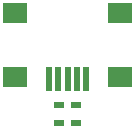
<source format=gbr>
G04 #@! TF.GenerationSoftware,KiCad,Pcbnew,(5.1.4)-1*
G04 #@! TF.CreationDate,2020-06-06T20:18:40+01:00*
G04 #@! TF.ProjectId,RF_R1_USB2USB_SPIPin_v1,52465f52-315f-4555-9342-325553425f53,rev?*
G04 #@! TF.SameCoordinates,Original*
G04 #@! TF.FileFunction,Paste,Bot*
G04 #@! TF.FilePolarity,Positive*
%FSLAX46Y46*%
G04 Gerber Fmt 4.6, Leading zero omitted, Abs format (unit mm)*
G04 Created by KiCad (PCBNEW (5.1.4)-1) date 2020-06-06 20:18:40*
%MOMM*%
%LPD*%
G04 APERTURE LIST*
%ADD10R,0.500000X2.000000*%
%ADD11R,2.000000X1.700000*%
%ADD12R,0.900000X0.500000*%
G04 APERTURE END LIST*
D10*
X142400000Y-59100000D03*
X143200000Y-59100000D03*
X144000000Y-59100000D03*
X144800000Y-59100000D03*
X145600000Y-59100000D03*
D11*
X139550000Y-59000000D03*
X139550000Y-53550000D03*
X148450000Y-59000000D03*
X148450000Y-53550000D03*
D12*
X144750000Y-61350000D03*
X144750000Y-62850000D03*
X143300000Y-61350000D03*
X143300000Y-62850000D03*
M02*

</source>
